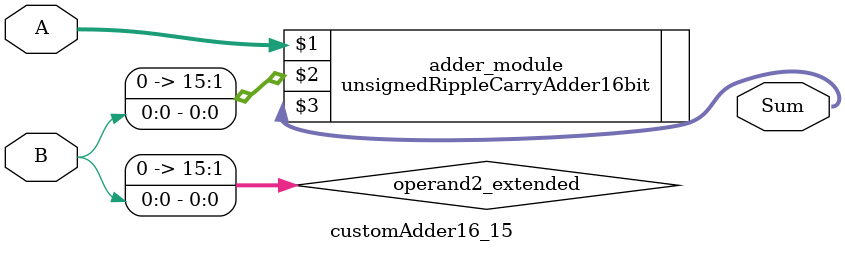
<source format=v>

module customAdder16_15(
                    input [15 : 0] A,
                    input [0 : 0] B,
                    
                    output [16 : 0] Sum
            );

    wire [15 : 0] operand2_extended;
    
    assign operand2_extended =  {15'b0, B};
    
    unsignedRippleCarryAdder16bit adder_module(
        A,
        operand2_extended,
        Sum
    );
    
endmodule
        
</source>
